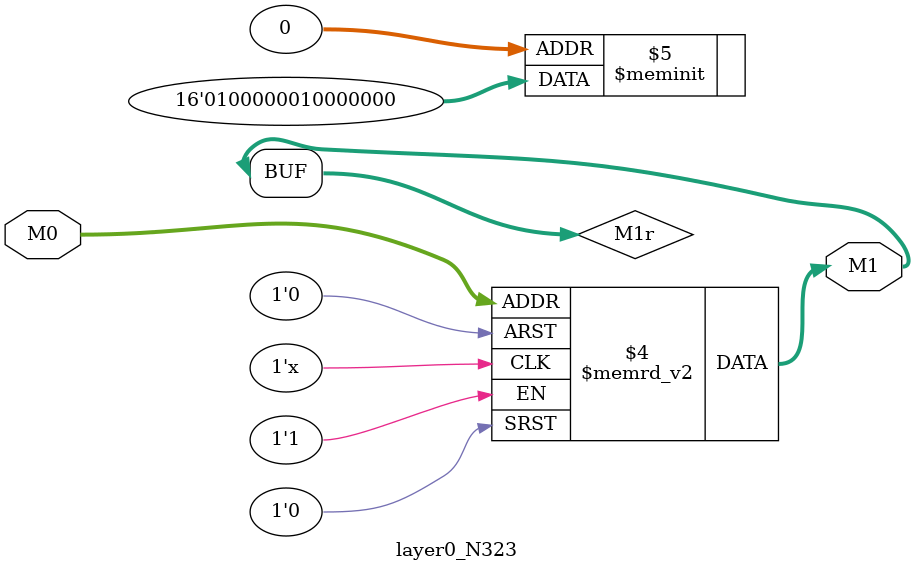
<source format=v>
module layer0_N323 ( input [2:0] M0, output [1:0] M1 );

	(*rom_style = "distributed" *) reg [1:0] M1r;
	assign M1 = M1r;
	always @ (M0) begin
		case (M0)
			3'b000: M1r = 2'b00;
			3'b100: M1r = 2'b00;
			3'b010: M1r = 2'b00;
			3'b110: M1r = 2'b00;
			3'b001: M1r = 2'b00;
			3'b101: M1r = 2'b00;
			3'b011: M1r = 2'b10;
			3'b111: M1r = 2'b01;

		endcase
	end
endmodule

</source>
